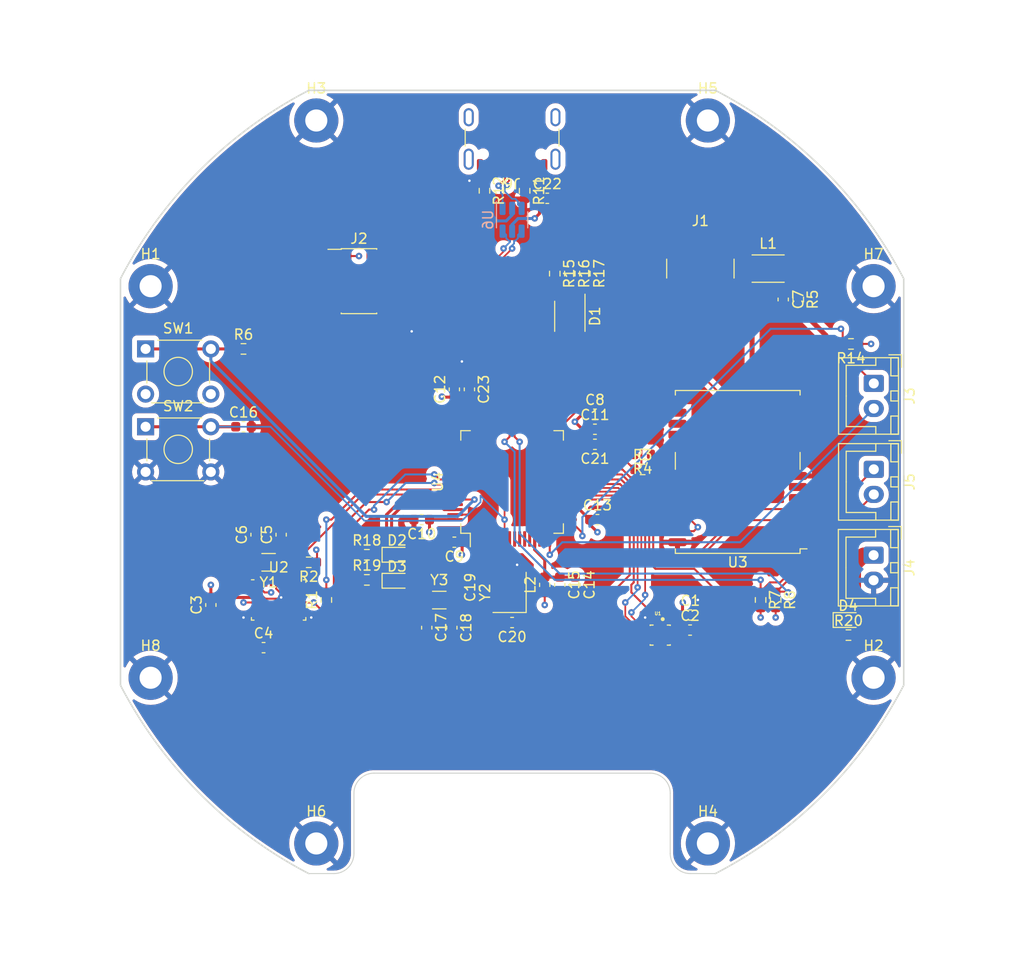
<source format=kicad_pcb>
(kicad_pcb (version 20221018) (generator pcbnew)
  (layers (0 "F.Cu" signal) (1 "In1.Cu" power) (2 "In2.Cu" power) (31 "B.Cu" signal) (34 "B.Paste" user) (35 "F.Paste" user) (36 "B.SilkS" user "B.Silkscreen") (37 "F.SilkS" user "F.Silkscreen") (38 "B.Mask" user) (39 "F.Mask" user) (44 "Edge.Cuts" user))
  (net 0 "")
  (net 1 "+3.3V")
  (net 2 "GND")
  (net 3 "Net-(U2-CAP)")
  (net 4 "Net-(U2-XOUT32)")
  (net 5 "Net-(U2-XIN32)")
  (net 6 "/RF_GNSS_MATCH")
  (net 7 "+3.3VA")
  (net 8 "SWD_NRST")
  (net 9 "LSE_IN")
  (net 10 "LSE_OUT")
  (net 11 "HSE_IN")
  (net 12 "HSE_OUT")
  (net 13 "VBUS")
  (net 14 "/RF_GNSS")
  (net 15 "SWD_IO")
  (net 16 "SWD_CLK")
  (net 19 "/USB_RAW_D-")
  (net 20 "/USB_RAW_D+")
  (net 21 "I2C1_SCL")
  (net 22 "I2C1_SDA")
  (net 23 "Net-(J6-CC1)")
  (net 25 "Net-(J6-CC2)")
  (net 28 "I2C2_SCL")
  (net 29 "Net-(U3-SCL{slash}SPI_CLK)")
  (net 30 "Net-(U3-SDA{slash}~{SPI_CS})")
  (net 31 "I2C2_SDA")
  (net 32 "Net-(U3-VCC_RF)")
  (net 33 "BOOT0")
  (net 34 "SPI1_MOSI")
  (net 35 "SPI1_MISO")
  (net 36 "SPI1_SCK")
  (net 37 "BMP_INT")
  (net 38 "SPI1_CSB")
  (net 42 "Net-(U4-VCAP_1)")
  (net 45 "IMU_INT")
  (net 46 "Net-(U4-VCAP_2)")
  (net 51 "Net-(D1-KB)")
  (net 52 "GNSS_PPS")
  (net 53 "GNSS_INT")
  (net 56 "GNSS_LNA")
  (net 63 "Net-(D1-KG)")
  (net 64 "Net-(D1-KR)")
  (net 65 "STATUS_R")
  (net 66 "STATUS_G")
  (net 67 "STATUS_B")
  (net 72 "Net-(D2-K)")
  (net 75 "ERROR_LED")
  (net 76 "Net-(D3-K)")
  (net 77 "GENERAL_LED")
  (net 78 "Net-(D4-K)")
  (net 79 "USART2_RX")
  (net 80 "USART2_TX")
  (net 81 "I2C3_SCL")
  (net 82 "I2C3_SDA")
  (net 95 "USB_D-")
  (net 96 "USB_D+")
  (net 97 "IMU_RESET")
  (net 100 "GNSS_RESET")
  (footprint "Capacitor_SMD:C_0603_1608Metric" (layer "F.Cu") (at 155 101.75 -90)
    (fp_text reference "C15")
    (fp_text value "1uF")
  )
  (footprint "Capacitor_SMD:C_0603_1608Metric" (layer "F.Cu") (at 156.525 101.75 -90)
    (fp_text reference "C14")
    (fp_text value "100nF")
  )
  (footprint "MountingHole:MountingHole_2.2mm_M2_Pad_TopBottom" (layer "F.Cu") (at 114.25 111)
    (fp_text reference "H8")
    (fp_text value "MountingHole_Pad")
  )
  (footprint "MountingHole:MountingHole_2.2mm_M2_Pad_TopBottom" (layer "F.Cu") (at 130.75 55.5)
    (fp_text reference "H3")
    (fp_text value "MountingHole_Pad")
  )
  (footprint "Button_Switch_THT:SW_TH_Tactile_Omron_B3F-10xx" (layer "F.Cu") (at 113.75 78.25)
    (fp_text reference "SW1")
    (fp_text value "Omron_B3F-10xx")
  )
  (footprint "MountingHole:MountingHole_2.2mm_M2_Pad_TopBottom" (layer "F.Cu") (at 169.75 127.5)
    (fp_text reference "H4")
    (fp_text value "MountingHole_Pad")
  )
  (footprint "Resistor_SMD:R_0603_1608Metric" (layer "F.Cu") (at 163.25 90.25)
    (fp_text reference "R3")
    (fp_text value "33R")
  )
  (footprint "Resistor_SMD:R_0603_1608Metric" (layer "F.Cu") (at 130 99.5 180)
    (fp_text reference "R2")
    (fp_text value "10K")
  )
  (footprint "Capacitor_SMD:C_0603_1608Metric" (layer "F.Cu") (at 144.5 97.5 180)
    (fp_text reference "C9")
    (fp_text value "100nF")
  )
  (footprint "Resistor_SMD:R_0603_1608Metric" (layer "F.Cu") (at 163.25 88.75 180)
    (fp_text reference "R4")
    (fp_text value "33R")
  )
  (footprint "Connector_USB:USB_C_Receptacle_GCT_USB4105-xx-A_16P_TopMnt_Horizontal" (layer "F.Cu") (at 150.25 56.25 180)
    (fp_text reference "J6")
    (fp_text value "USB_C_Receptacle_USB2.0")
  )
  (footprint "MountingHole:MountingHole_2.2mm_M2_Pad_TopBottom" (layer "F.Cu") (at 186.25 72)
    (fp_text reference "H7")
    (fp_text value "MountingHole_Pad")
  )
  (footprint "Crystal:Crystal_SMD_3215-2Pin_3.2x1.5mm" (layer "F.Cu") (at 143 103.2625)
    (fp_text reference "Y3")
    (fp_text value "32.768KHz_SC32S-7PF20PPM\n")
  )
  (footprint "Capacitor_SMD:C_0603_1608Metric" (layer "F.Cu") (at 144.25 106.0125 -90)
    (fp_text reference "C18")
    (fp_text value "22pF")
  )
  (footprint "Capacitor_SMD:C_0603_1608Metric" (layer "F.Cu") (at 125.5 108)
    (fp_text reference "C4")
    (fp_text value "100nF")
  )
  (footprint "Capacitor_SMD:C_0603_1608Metric" (layer "F.Cu") (at 150.25 105.5 180)
    (fp_text reference "C20")
    (fp_text value "22pF")
  )
  (footprint "Resistor_SMD:R_0603_1608Metric" (layer "F.Cu") (at 175 103.25 -90)
    (fp_text reference "R7")
    (fp_text value "1K")
  )
  (footprint "Resistor_SMD:R_0603_1608Metric" (layer "F.Cu") (at 178.75 73.325 -90)
    (fp_text reference "R5")
    (fp_text value "10R")
  )
  (footprint "Crystal:Crystal_SMD_3215-2Pin_3.2x1.5mm" (layer "F.Cu") (at 126 99.5 180)
    (fp_text reference "Y1")
    (fp_text value "32.768KHz")
  )
  (footprint "Crystal:Crystal_SMD_3225-4Pin_3.2x2.5mm" (layer "F.Cu") (at 150 102.5 90)
    (fp_text reference "Y2")
    (fp_text value "12MHz_ECS-120-18-33-JGN-TR3")
  )
  (footprint "Connector_JST:JST_XH_B2B-XH-A_1x02_P2.50mm_Vertical" (layer "F.Cu") (at 186.252562 98.788586 -90)
    (fp_text reference "J4")
    (fp_text value "3.3V IN")
  )
  (footprint "Capacitor_SMD:C_0603_1608Metric" (layer "F.Cu") (at 153.75 63.25)
    (fp_text reference "C22")
    (fp_text value "100nF")
  )
  (footprint "Capacitor_SMD:C_0603_1608Metric" (layer "F.Cu") (at 168 104.75)
    (fp_text reference "C1")
    (fp_text value "100nF")
  )
  (footprint "MountingHole:MountingHole_2.2mm_M2_Pad_TopBottom" (layer "F.Cu") (at 186.25 111)
    (fp_text reference "H2")
    (fp_text value "MountingHole_Pad")
  )
  (footprint "Resistor_SMD:R_0603_1608Metric" (layer "F.Cu") (at 135.7875 98.75)
    (fp_text reference "R18")
    (fp_text value "220R")
  )
  (footprint "Resistor_SMD:R_0603_1608Metric" (layer "F.Cu") (at 157.5 70.75 -90)
    (fp_text reference "R17")
    (fp_text value "220R")
  )
  (footprint "Capacitor_SMD:C_0603_1608Metric" (layer "F.Cu") (at 147.5 102 90)
    (fp_text reference "C19")
    (fp_text value "22pF")
  )
  (footprint "Inductor_SMD:L_0603_1608Metric" (layer "F.Cu") (at 153.5 101.75 90)
    (fp_text reference "L2")
    (fp_text value "39nH")
  )
  (footprint "BMP390L:XDCR_BMP390L" (layer "F.Cu") (at 165 106.75)
    (fp_text reference "U1")
    (fp_text value "BMP390")
  )
  (footprint "Connector_Coaxial:SMA_Amphenol_132134-10_Vertical" (layer "F.Cu") (at 169 70.25)
    (fp_text reference "J1")
    (fp_text value "GNSS_SMA")
  )
  (footprint "Capacitor_SMD:C_0603_1608Metric" (layer "F.Cu") (at 146 82.275 -90)
    (fp_text reference "C23")
    (fp_text value "2.2uF")
  )
  (footprint "Capacitor_SMD:C_0603_1608Metric" (layer "F.Cu") (at 141.25 95.25 180)
    (fp_text reference "C10")
    (fp_text value "100nF")
  )
  (footprint "Resistor_SMD:R_0603_1608Metric" (layer "F.Cu") (at 176.5 103.25 -90)
    (fp_text reference "R8")
    (fp_text value "1K")
  )
  (footprint "Package_LGA:LGA-28_5.2x3.8mm_P0.5mm" (layer "F.Cu") (at 127 103.25)
    (fp_text reference "U2")
    (fp_text value "BNO055")
  )
  (footprint "Package_QFP:LQFP-64_10x10mm_P0.5mm" (layer "F.Cu") (at 150.25 91.5 90)
    (fp_text reference "U4")
    (fp_text value "STM32F205RETx")
  )
  (footprint "Inductor_SMD:L_TDK_NLV32_3.2x2.5mm" (layer "F.Cu") (at 175.75 70.25)
    (fp_text reference "L1")
    (fp_text value "27nH")
  )
  (footprint "Resistor_SMD:R_0603_1608Metric" (layer "F.Cu") (at 183.75 106.75)
    (fp_text reference "R20")
    (fp_text value "220R")
  )
  (footprint "Capacitor_SMD:C_0603_1608Metric" (layer "F.Cu") (at 144.5 82.275 90)
    (fp_text reference "C12")
    (fp_text value "100nF")
  )
  (footprint "Capacitor_SMD:C_0603_1608Metric" (layer "F.Cu") (at 177.25 73.325 -90)
    (fp_text reference "C7")
    (fp_text value "100nF")
  )
  (footprint "Capacitor_SMD:C_0603_1608Metric" (layer "F.Cu") (at 124.75 96.75 90)
    (fp_text reference "C6")
    (fp_text value "22pF")
  )
  (footprint "Capacitor_SMD:C_0603_1608Metric" (layer "F.Cu") (at 120.25 103.75 90)
    (fp_text reference "C3")
    (fp_text value "100nF")
  )
  (footprint "Connector_JST:JST_XH_B2B-XH-A_1x02_P2.50mm_Vertical" (layer "F.Cu") (at 186.272301 81.683918 -90)
    (fp_text reference "J3")
    (fp_text value "USART")
  )
  (footprint "Connector_PinHeader_1.27mm:PinHeader_2x05_P1.27mm_Vertical_SMD" (layer "F.Cu") (at 135 71.5)
    (fp_text reference "J2")
    (fp_text value "SWD")
  )
  (footprint "Resistor_SMD:R_0603_1608Metric" (layer "F.Cu") (at 156 70.75 -90)
    (fp_text reference "R16")
    (fp_text value "220R")
  )
  (footprint "Resistor_SMD:R_0603_1608Metric" (layer "F.Cu") (at 147.5 62.5 -90)
    (fp_text reference "R12")
    (fp_text value "5.1K")
  )
  (footprint "Capacitor_SMD:C_0603_1608Metric" (layer "F.Cu") (at 127.25 96.75 90)
    (fp_text reference "C5")
    (fp_text value "22pF")
  )
  (footprint "MountingHole:MountingHole_2.2mm_M2_Pad_TopBottom" (layer "F.Cu") (at 130.75 127.5)
    (fp_text reference "H6")
    (fp_text value "MountingHole_Pad")
  )
  (footprint "Resistor_SMD:R_0603_1608Metric" (layer "F.Cu") (at 151.5 62.5 -90)
    (fp_text reference "R11")
    (fp_text value "5.1K")
  )
  (footprint "MountingHole:MountingHole_2.2mm_M2_Pad_TopBottom" (layer "F.Cu") (at 169.75 55.5)
    (fp_text reference "H5")
    (fp_text value "MountingHole_Pad")
  )
  (footprint "Resistor_SMD:R_0603_1608Metric" (layer "F.Cu") (at 131.75 103.25 90)
    (fp_text reference "R1")
    (fp_text value "10K")
  )
  (footprint "Button_Switch_THT:SW_TH_Tactile_Omron_B3F-10xx" (layer "F.Cu") (at 113.75 86)
    (fp_text reference "SW2")
    (fp_text value "Omron_B3F-10xx")
  )
  (footprint "Capacitor_SMD:C_0603_1608Metric" (layer "F.Cu") (at 158.5 84.75)
    (fp_text reference "C8")
    (fp_text value "4.7uF")
  )
  (footprint "LED_SMD:LED_0603_1608Metric" (layer "F.Cu") (at 138.7875 101.34)
    (fp_text reference "D3")
    (fp_text value "BLUE LED")
  )
  (footprint "Capacitor_SMD:C_0603_1608Metric" (layer "F.Cu") (at 158.75 95.25)
    (fp_text reference "C13")
    (fp_text value "100nF")
  )
  (footprint "Capacitor_SMD:C_0603_1608Metric" (layer "F.Cu") (at 141.75 106.0125 -90)
    (fp_text reference "C17")
    (fp_text value "22pF")
  )
  (footprint "Capacitor_SMD:C_0603_1608Metric" (layer "F.Cu") (at 167.975 106.25)
    (fp_text reference "C2")
    (fp_text value "100nF")
  )
  (footprint "Capacitor_SMD:C_0603_1608Metric" (layer "F.Cu") (at 158.5 86.25)
    (fp_text reference "C11")
    (fp_text value "100nF")
  )
  (footprint "MountingHole:MountingHole_2.2mm_M2_Pad_TopBottom" (layer "F.Cu") (at 114.25 72)
    (fp_text reference "H1")
    (fp_text value "MountingHole_Pad")
  )
  (footprint "Resistor_SMD:R_0603_1608Metric" (layer "F.Cu") (at 135.7875 101.25)
    (fp_text reference "R19")
    (fp_text value "220R")
  )
  (footprint "Connector_JST:JST_XH_B2B-XH-A_1x02_P2.50mm_Vertical" (layer "F.Cu") (at 186.272301 90.240845 -90)
    (fp_text reference "J5")
    (fp_text value "CNTRL I2C")
  )
  (footprint "LED_SMD:LED_0603_1608Metric" (layer "F.Cu") (at 183.7125 105.25)
    (fp_text reference "D4")
    (fp_text value "GREEN LED")
  )
  (footprint "Resistor_SMD:R_0603_1608Metric" (layer "F.Cu") (at 184 77.75 180)
    (fp_text reference "R14")
    (fp_text value "10K")
  )
  (footprint "Capacitor_SMD:C_0603_1608Metric" (layer "F.Cu") (at 158.5 87.75 180)
    (fp_text reference "C21")
    (fp_text value "2.2uF")
  )
  (footprint "LED_SMD:LED_0603_1608Metric" (layer "F.Cu") (at 138.7875 98.75)
    (fp_text reference "D2")
    (fp_text value "RED LED")
  )
  (footprint "Resistor_SMD:R_0603_1608Metric" (layer "F.Cu") (at 123.5 78.25)
    (fp_text reference "R6")
    (fp_text value "100K")
  )
  (footprint "RF_GPS:ublox_NEO" (layer "F.Cu") (at 172.72 90.5 180)
    (fp_text reference "U3")
    (fp_text value "NEO-M9N")
  )
  (footprint "LED_SMD:LED_Avago_PLCC6_3x2.8mm" (layer "F.Cu") (at 156 75 -90)
    (fp_text reference "D1")
    (fp_text value "ASMT-YTB7-0AA02")
  )
  (footprint "Capacitor_SMD:C_0603_1608Metric" (layer "F.Cu") (at 123.5 86)
    (fp_text reference "C16")
    (fp_text value "100nF")
  )
  (footprint "Resistor_SMD:R_0603_1608Metric" (layer "F.Cu") (at 154.5 70.75 -90)
    (fp_text reference "R15")
    (fp_text value "220R")
  )
  (footprint "Package_TO_SOT_SMD:SOT-23-6" (layer "B.Cu") (at 150.25 65.3875 -90)
    (fp_text reference "U6")
    (fp_text value "USBLC6-2SC6")
  )
  (gr_arc (start 130 130.5) (mid 119.177 122.573) (end 111.25 111.75) (stroke (width 0.15)) (layer "Edge.Cuts"))
  (gr_line (start 168 130.5) (end 170.5 130.5) (stroke (width 0.1)) (layer "Edge.Cuts"))
  (gr_arc (start 134.5 128.5) (mid 133.914214 129.914214) (end 132.5 130.5) (stroke (width 0.1)) (layer "Edge.Cuts"))
  (gr_arc (start 170.5 52.5) (mid 181.322999 60.427001) (end 189.25 71.25) (stroke (width 0.15)) (layer "Edge.Cuts"))
  (gr_arc (start 134.5 122.5) (mid 135.085786 121.085786) (end 136.5 120.5) (stroke (width 0.1)) (layer "Edge.Cuts"))
  (gr_line (start 130 52.5) (end 170.5 52.5) (stroke (width 0.15)) (layer "Edge.Cuts"))
  (gr_line (start 130 130.5) (end 132.5 130.5) (stroke (width 0.1)) (layer "Edge.Cuts"))
  (gr_arc (start 164 120.5) (mid 165.414214 121.085786) (end 166 122.5) (stroke (width 0.1)) (layer "Edge.Cuts"))
  (gr_line (start 166 122.5) (end 166 128.5) (stroke (width 0.1)) (layer "Edge.Cuts"))
  (gr_line (start 189.25 71.25) (end 189.25 111.75) (stroke (width 0.15)) (layer "Edge.Cuts"))
  (gr_line (start 136.5 120.5) (end 164 120.5) (stroke (width 0.1)) (layer "Edge.Cuts"))
  (gr_arc (start 168 130.5) (mid 166.585786 129.914214) (end 166 128.5) (stroke (width 0.1)) (layer "Edge.Cuts"))
  (gr_arc (start 189.25 111.75) (mid 181.322999 122.572999) (end 170.5 130.5) (stroke (width 0.15)) (layer "Edge.Cuts"))
  (gr_line (start 111.25 111.75) (end 111.25 71.25) (stroke (width 0.15)) (layer "Edge.Cuts"))
  (gr_arc (start 111.25 71.25) (mid 119.177001 60.427001) (end 130 52.5) (stroke (width 0.15)) (layer "Edge.Cuts"))
  (gr_line (start 134.5 128.5) (end 134.5 122.5) (stroke (width 0.1)) (layer "Edge.Cuts"))
  (segment (start 143.3 83.05) (end 143.25 83) (width 0.3) (layer "F.Cu") (net 1))
  (segment (start 157.725 86.25) (end 157.425 86.25) (width 0.3) (layer "F.Cu") (net 1))
  (segment (start 157.975 95.25) (end 156.975 94.25) (width 0.3) (layer "F.Cu") (net 1))
  (segment (start 135 69) (end 133.09 69) (width 0.2) (layer "F.Cu") (net 1))
  (segment (start 167.225 106.225) (end 167.2 106.25) (width 0.3) (layer "F.Cu") (net 1))
  (segment (start 120.25 102.975) (end 122.775 102.975) (width 0.3) (layer "F.Cu") (net 1))
  (segment (start 157.425 86.25) (end 155.925 87.75) (width 0.3) (layer "F.Cu") (net 1))
  (segment (start 145.275 97.5) (end 146.175 97.5) (width 0.3) (layer "F.Cu") (net 1))
  (segment (start 165.25 105.9875) (end 165.25 105.75) (width 0.3) (layer "F.Cu") (net 1))
  (segment (start 168.35 96.4) (end 168.75 96) (width 0.2) (layer "F.Cu") (net 1))
  (segment (start 130.825 99.5) (end 130.825 98.325) (width 0.2) (layer "F.Cu") (net 1))
  (segment (start 157.25 86.25) (end 156.5 85.5) (width 0.3) (layer "F.Cu") (net 1))
  (segment (start 146.5 85.05) (end 144.5 83.05) (width 0.3) (layer "F.Cu") (net 1))
  (segment (start 157.725 84.75) (end 157.25 84.75) (width 0.3) (layer "F.Cu") (net 1))
  (segment (start 146.5 85.825) (end 146.5 85.05) (width 0.3) (layer "F.Cu") (net 1))
  (segment (start 168.05 95.3) (end 168.75 96) (width 0.2) (layer "F.Cu") (net 1))
  (segment (start 133.09 69) (end 133.05 68.96) (width 0.2) (layer "F.Cu") (net 1))
  (segment (start 145.275 98.725) (end 145.25 98.75) (width 0.3) (layer "F.Cu") (net 1))
  (segment (start 184.25 104.441076) (end 184.5 104.691076) (width 1.5) (layer "F.Cu") (net 1))
  (segment (start 157.25 84.75) (end 156.5 85.5) (width 0.3) (layer "F.Cu") (net 1))
  (segment (start 142.025 96.475) (end 142 96.5) (width 0.3) (layer "F.Cu") (net 1))
  (segment (start 142.025 95.25) (end 142.025 96.475) (width 0.3) (layer "F.Cu") (net 1))
  (segment (start 129.3875 103.5) (end 130.5 103.5) (width 0.2) (layer "F.Cu") (net 1))
  (segment (start 131.075 104.075) (end 130.5 103.5) (width 0.2) (layer "F.Cu") (net 1))
  (segment (start 122.8 103) (end 124.6125 103) (width 0.3) (layer "F.Cu") (net 1))
  (segment (start 186.252562 98.788586) (end 185.252562 98.788586) (width 1.5) (layer "F.Cu") (net 1))
  (segment (start 131.75 104.075) (end 131.075 104.075) (width 0.2) (layer "F.Cu") (net 1))
  (segment (start 157.975 95.25) (end 157.975 95.725) (width 0.3) (layer "F.Cu") (net 1))
  (segment (start 146.175 97.5) (end 146.5 97.175) (width 0.3) (layer "F.Cu") (net 1))
  (segment (start 166.25 104.75) (end 167.225 104.75) (width 0.3) (layer "F.Cu") (net 1))
  (segment (start 124.6125 103.5) (end 123.5 103.5) (width 0.2) (layer "F.Cu") (net 1))
  (segment (start 184.5 104.691076) (end 184.5 105.25) (width 1.5) (layer "F.Cu") (net 1))
  (segment (start 126.25 102.5) (end 125.598 102.5) (width 0.2) (layer "F.Cu") (net 1))
  (segment (start 166.72 96.4) (end 168.35 96.4) (width 0.2) (layer "F.Cu") (net 1))
  (segment (start 166.72 95.3) (end 168.05 95.3) (width 0.2) (layer "F.Cu") (net 1))
  (segment (start 156.975 94.25) (end 155.925 94.25) (width 0.3) (layer "F.Cu") (net 1))
  (segment (start 167.225 104.75) (end 167.225 106.225) (width 0.3) (layer "F.Cu") (net 1))
  (segment (start 145.275 97.5) (end 145.275 98.725) (width 0.3) (layer "F.Cu") (net 1))
  (segment (start 120.25 102.975) (end 120.25 101.75) (width 0.3) (layer "F.Cu") (net 1))
  (segment (start 130.825 98.325) (end 130.75 98.25) (width 0.2) (layer "F.Cu") (net 1))
  (segment (start 153.5 102.5375) (end 153.5 103.75) (width 0.2) (layer "F.Cu") (net 1))
  (segment (start 125.598 102.5) (end 125.25 102.152) (width 0.2) (layer "F.Cu") (net 1))
  (segment (start 125.25 102.152) (end 125.25 101.5875) (width 0.2) (layer "F.Cu") (net 1))
  (segment (start 142.025 95.25) (end 144.575 95.25) (width 0.3) (layer "F.Cu") (net 1))
  (segment (start 184.825 77.75) (end 186 77.75) (width 0.2) (layer "F.Cu") (net 1))
  (segment (start 157.725 86.25) (end 157.25 86.25) (width 0.3) (layer "F.Cu") (net 1))
  (segment (start 165.25 105.75) (end 166.25 104.75) (width 0.3) (layer "F.Cu") (net 1))
  (segment (start 167.225 104.75) (end 167.225 103.525) (width 0.3) (layer "F.Cu") (net 1))
  (segment (start 184.25 99.791148) (end 184.25 104.441076) (width 1.5) (layer "F.Cu") (net 1))
  (segment (start 176.5 104.075) (end 176.5 105) (width 0.2) (layer "F.Cu") (net 1))
  (segment (start 175 104.075) (end 175 105) (width 0.2) (layer "F.Cu") (net 1))
  (segment (start 165.7625 106.25) (end 167.2 106.25) (width 0.3) (layer "F.Cu") (net 1))
  (segment (start 185.252562 98.788586) (end 184.25 99.791148) (width 1.5) (layer "F.Cu") (net 1))
  (segment (start 122.775 102.975) (end 122.8 103) (width 0.3) (layer "F.Cu") (net 1))
  (segment (start 167.225 103.525) (end 167.25 103.5) (width 0.3) (layer "F.Cu") (net 1))
  (segment (start 157.975 95.725) (end 158.75 96.5) (width 0.3) (layer "F.Cu") (net 1))
  (segment (start 144.5 83.05) (end 143.3 83.05) (width 0.3) (layer "F.Cu") (net 1))
  (via (at 130.75 98.25) (size 0.65) (drill 0.25) (layers "F.Cu" "B.Cu") (net 1))
  (via (at 143.25 83) (size 0.65) (drill 0.25) (layers "F.Cu" "B.Cu") (net 1))
  (via (at 153.5 103.75) (size 0.65) (drill 0.25) (layers "F.Cu" "B.Cu") (net 1))
  (via (at 158.75 96.5) (size 0.65) (drill 0.25) (layers "F.Cu" "B.Cu") (net 1))
  (via (at 142 96.5) (size 0.65) (drill 0.25) (layers "F.Cu" "B.Cu") (net 1))
  (via (at 123.5 103.5) (size 0.65) (drill 0.25) (layers "F.Cu" "B.Cu") (net 1))
  (via (at 175 105) (size 0.65) (drill 0.25) (layers "F.Cu" "B.Cu") (net 1))
  (via (at 167.25 103.5) (size 0.65) (drill 0.25) (layers "F.Cu" "B.Cu") (net 1))
  (via (at 156.5 85.5) (size 0.65) (drill 0.25) (layers "F.Cu" "B.Cu") (net 1))
  (via (at 186 77.75) (size 0.65) (drill 0.25) (layers "F.Cu" "B.Cu") (net 1))
  (via (at 168.75 96) (size 0.65) (drill 0.25) (layers "F.Cu" "B.Cu") (net 1))
  (via (at 120.25 101.75) (size 0.65) (drill 0.25) (layers "F.Cu" "B.Cu") (net 1))
  (via (at 135 69) (size 0.65) (drill 0.25) (layers "F.Cu" "B.Cu") (net 1))
  (via (at 145.25 98.75) (size 0.65) (drill 0.25) (layers "F.Cu" "B.Cu") (net 1))
  (via (at 126.25 102.5) (size 0.65) (drill 0.25) (layers "F.Cu" "B.Cu") (net 1))
  (via (at 176.5 105) (size 0.65) (drill 0.25) (layers "F.Cu" "B.Cu") (net 1))
  (via (at 130.5 103.5) (size 0.65) (drill 0.25) (layers "F.Cu" "B.Cu") (net 1))
  (segment (start 124.6125 104) (end 124.5 104) (width 0.2) (layer "F.Cu") (net 2))
  (segment (start 125.657314 103.125) (end 127.125 103.125) (width 0.2) (layer "F.Cu") (net 2))
  (segment (start 149.475 103.925) (end 149.15 103.6) (width 0.3) (layer "F.Cu") (net 2))
  (segment (start 127.25 102.625) (end 127.25 103) (width 0.2) (layer "F.Cu") (net 2))
  (segment (start 149.15 103.2) (end 149.15 103.6) (width 0.3) (layer "F.Cu") (net 2))
  (segment (start 126.75 102.125) (end 127.25 102.625) (width 0.2) (layer "F.Cu") (net 2))
  (segment (start 144.575 94.75) (end 146.5 94.75) (width 0.2) (layer "F.Cu") (net 2))
  (segment (start 164.2375 105.7375) (end 163.5 105) (width 0.2) (layer "F.Cu") (net 2))
  (segment (start 146.5 94.75) (end 146.75 95) (width 0.2) (layer "F.Cu") (net 2))
  (segment (start 147.05 60.45) (end 146 61.5) (width 0.3) (layer "F.Cu") (net 2))
  (segment (start 148.325 103.6) (end 147.5 102.775) (width 0.3) (layer "F.Cu") (net 2))
  (segment (start 127.25 103) (end 129.3875 103) (width 0.2) (layer "F.Cu") (net 2))
  (segment (start 123.5875 104.9125) (end 123.5 105) (width 0.2) (layer "F.Cu") (net 2))
  (segment (start 153.75 94.75) (end 153.75 94.5) (width 0.2) (layer "F.Cu") (net 2))
  (segment (start 130.1625 104.9125) (end 130.25 105) (width 0.2) (layer "F.Cu") (net 2))
  (segment (start 150.85 99.85) (end 150.75 99.75) (width 0.3) (layer "F.Cu") (net 2))
  (segment (start 124.5 104) (end 123.5 105) (width 0.2) (layer "F.Cu") (net 2))
  (segment (start 126.75 101.5875) (end 126.75 102.125) (width 0.2) (layer "F.Cu") (net 2))
  (segment (start 149.475 105.5) (end 149.475 103.925) (width 0.3) (layer "F.Cu") (net 2))
  (segment (start 129.25 104.9125) (end 130.1625 104.9125) (width 0.2) (layer "F.Cu") (net 2))
  (segment (start 126.75 103.5) (end 127.25 103) (width 0.2) (layer "F.Cu") (net 2))
  (segment (start 124.75 104.9125) (end 123.5875 104.9125) (width 0.2) (layer "F.Cu") (net 2))
  (segment (start 128.25 104) (end 129.3875 104) (width 0.2) (layer "F.Cu") (net 2))
  (segment (start 150.85 101.5) (end 149.15 103.2) (width 0.3) (layer "F.Cu") (net 2))
  (segment (start 127.25 103) (end 128.25 104) (width 0.2) (layer "F.Cu") (net 2))
  (segment (start 127.125 103.125) (end 127.25 103) (width 0.2) (layer "F.Cu") (net 2))
  (segment (start 126.75 104.9125) (end 126.75 103.5) (width 0.2) (layer "F.Cu") (net 2))
  (segment (start 149.15 103.6) (end 148.325 103.6) (width 0.3) (layer "F.Cu") (net 2))
  (segment (start 166.5 107.25) (end 165.7625 107.25) (width 0.2) (layer "F.Cu") (net 2))
  (segment (start 124.6125 102.5) (end 125.032314 102.5) (width 0.2) (layer "F.Cu") (net 2))
  (segment (start 150.85 101.4) (end 150.85 101.5) (width 0.3) (layer "F.Cu") (net 2))
  (segment (start 152 97.175) (end 152 95.5) (width 0.2) (layer "F.Cu") (net 2))
  (segment (start 155.925 94.75) (end 153.75 94.75) (width 0.2) (layer "F.Cu") (net 2))
  (segment (start 166 106.75) (end 166.5 107.25) (width 0.2) (layer "F.Cu") (net 2))
  (segment (start 147.05 59.93) (end 147.05 60.45) (width 0.3) (layer "F.Cu") (net 2))
  (segment (start 125.032314 102.5) (end 125.657314 103.125) (width 0.2) (layer "F.Cu") (net 2))
  (segment (start 150.85 101.4) (end 150.85 99.85) (width 0.3) (layer "F.Cu") (net 2))
  (segment (start 165.7625 106.75) (end 166 106.75) (width 0.2) (layer "F.Cu") (net 2))
  (segment (start 164.2375 106.25) (end 164.2375 105.7375) (width 0.2) (layer "F.Cu") (net 2))
  (via (at 130.25 105) (size 0.65) (drill 0.25) (layers "F.Cu" "B.Cu") (net 2))
  (via (at 168.75 103.25) (size 0.65) (drill 0.25) (layers "F.Cu" "B.Cu") (net 2))
  (via (at 123.5 105) (size 0.65) (drill 0.25) (layers "F.Cu" "B.Cu") (net 2))
  (via (at 145.25 79.5) (size 0.65) (drill 0.25) (layers "F.Cu" "B.Cu") (net 2))
  (via (at 163.5 105) (size 0.65) (drill 0.25) (layers "F.Cu" "B.Cu") (net 2))
  (via (at 127.25 103) (size 0.65) (drill 0.25) (layers "F.Cu" "B.Cu") (net 2))
  (via (at 146 61.5) (size 0.65) (drill 0.25) (layers "F.Cu" "B.Cu") (net 2))
  (via (at 140.25 76.5) (size 0.65) (drill 0.25) (layers "F.Cu" "B.Cu") (net 2))
  (via (at 150.75 99.75) (size 0.65) (drill 0.25) (layers "F.Cu" "B.Cu") (net 2))
  (segment (start 150.25 64.25) (end 150.25 64.912499) (width 0.3) (layer "B.Cu") (net 2))
  (segment (start 149.662499 65.5) (end 148.75 65.5) (width 0.3) (layer "B.Cu") (net 2))
  (segment (start 150.25 64.912499) (end 149.662499 65.5) (width 0.3) (layer "B.Cu") (net 2))
  (segment (start 148.75 65.5) (end 148.25 65) (width 0.3) (layer "B.Cu") (net 2))
  (segment (start 126.25 107.975) (end 126.25 104.9125) (width 0.3) (layer "F.Cu") (net 3))
  (segment (start 126.275 108) (end 126.25 107.975) (width 0.3) (layer "F.Cu") (net 3))
  (segment (start 126.25 100.5) (end 127.25 99.5) (width 0.3) (layer "F.Cu") (net 4))
  (segment (start 127.25 97.525) (end 127.25 99.5) (width 0.3) (layer "F.Cu") (net 4))
  (segment (start 126.25 101.5875) (end 126.25 100.5) (width 0.3) (layer "F.Cu") (net 4))
  (segment (start 125.75 100.5) (end 124.75 99.5) (width 0.3) (layer "F.Cu") (net 5))
  (segment (start 125.75 101.5875) (end 125.75 100.5) (width 0.3) (layer "F.Cu") (net 5))
  (segment (start 124.75 97.525) (end 124.75 99.5) (width 0.3) (layer "F.Cu") (net 5))
  (segment (start 177.35 71.1) (end 178.75 72.5) (width 1) (layer "F.Cu") (net 6))
  (segment (start 177.3 72.5) (end 177.25 72.55) (width 1) (layer "F.Cu") (net 6))
  (segment (start 178.75 72.5) (end 177.3 72.5) (width 1) (layer "F.Cu") (net 6))
  (segment (start 177.35 72.45) (end 177.25 72.55) (width 1) (layer "F.Cu") (net 6))
  (segment (start 177.35 70.25) (end 177.35 72.45) (width 1) (layer "F.Cu") (net 6))
  (segment (start 177.35 70.25) (end 177.35 71.1) (width 1) (layer "F.Cu") (net 6))
  (segment (start 155 100.975) (end 153.5125 100.975) (width 0.3) (layer "F.Cu") (net 7))
  (segment (start 152.5 98.25) (end 152.5 97.175) (width 0.3) (layer "F.Cu") (net 7))
  (segment (start 153.5 99.25) (end 152.5 98.25) (width 0.3) (layer "F.Cu") (net 7))
  (segment (start 156.525 100.975) (end 155 100.975) (width 0.3) (layer "F.Cu") (net 7))
  (segment (start 153.5125 100.975) (end 153.5 100.9625) (width 0.3) (layer "F.Cu") (net 7))
  (segment (start 153.5 100.9625) (end 153.5 99.25) (width 0.3) (layer "F.Cu") (net 7))
  (segment (start 113.75 86) (end 120.25 86) (width 0.3) (layer "F.Cu") (net 8))
  (segment (start 149.5 95.25) (end 149.5 97.175) (width 0.17) (layer "F.Cu") (net 8))
  (segment (start 136.95 78.838804) (end 149.5 91.388804) (width 0.17) (layer "F.Cu") (net 8))
  (segment (start 149.5 91.388804) (end 149.5 95.25) (width 0.17) (layer "F.Cu") (net 8))
  (segment (start 136.95 74.04) (end 136.95 78.838804) (width 0.17) (layer "F.Cu") (net 8))
  (segment (start 122.725 86) (end 120.25 86) (width 0.3) (layer "F.Cu") (net 8))
  (via (at 149.5 95.25) (size 0.65) (drill 0.25) (layers "F.Cu" "B.Cu") (net 8))
  (segment (start 147.11 93.502671) (end 145.252671 95.36) (width 0.17) (layer "B.Cu") (net 8))
  (segment (start 126.182737 86) (end 120.25 86) (width 0.17) (layer "B.Cu") (net 8))
  (segment (start 145.252671 95.36) (end 135.542737 95.36) (width 0.17) (layer "B.Cu") (net 8))
  (segment (start 149.5 95.25) (end 147.11 92.86) (width 0.17) (layer "B.Cu") (net 8))
  (segment (start 147.11 92.86) (end 147.11 93.502671) (width 0.17) (layer "B.Cu") (net 8))
  (segment (start 135.542737 95.36) (end 126.182737 86) (width 0.17) (layer "B.Cu") (net 8))
  (segment (start 147.5 98.05312) (end 147.5 97.175) (width 0.3) (layer "F.Cu") (net 9))
  (segment (start 142.29062 103.2625) (end 147.5 98.05312) (width 0.3) (layer "F.Cu") (net 9))
  (segment (start 141.75 105.2375) (end 141.75 103.2625) (width 0.3) (layer "F.Cu") (net 9))
  (segment (start 141.75 103.2625) (end 142.29062 103.2625) (width 0.3) (layer "F.Cu") (net 9))
  (segment (start 144.25 103.2625) (end 144.25 102.010226) (width 0.3) (layer "F.Cu") (net 10))
  (segment (start 144.25 105.2375) (end 144.25 103.2625) (width 0.3) (layer "F.Cu") (net 10))
  (segment (start 148 98.260226) (end 148 97.175) (width 0.3) (layer "F.Cu") (net 10))
  (segment (start 144.25 102.010226) (end 148 98.260226) (width 0.3) (layer "F.Cu") (net 10))
  (segment (start 148.5 100.75) (end 148.5 97.175) (width 0.3) (layer "F.Cu") (net 11))
  (segment (start 147.5 101.225) (end 148.975 101.225) (width 0.3) (layer "F.Cu") (net 11))
  (segment (start 148.975 101.225) (end 149.15 101.4) (width 0.3) (layer "F.Cu") (net 11))
  (segment (start 149.15 101.4) (end 148.5 100.75) (width 0.3) (layer "F.Cu") (net 11))
  (segment (start 151.25 98.75) (end 149.5 98.75) (width 0.3) (layer "F.Cu") (net 12))
  (segment (start 152.25 99.75) (end 151.25 98.75) (width 0.3) (layer "F.Cu") (net 12))
  (segment (start 150.85 103.6) (end 152.25 102.2) (width 0.3) (layer "F.Cu") (net 12))
  (segment (start 149 98.25) (end 149 97.175) (width 0.3) (layer "F.Cu") (net 12))
  (segment (start 152.25 102.2) (end 152.25 99.75) (width 0.3) (layer "F.Cu") (net 12))
  (segment (start 151.025 103.775) (end 150.85 103.6) (width 0.3) (layer "F.Cu") (net 12))
  (segment (start 151.025 105.5) (end 151.025 103.775) (width 0.3) (layer "F.Cu") (net 12))
  (segment (start 149.5 98.75) (end 149 98.25) (width 0.3) (layer "F.Cu") (net 12))
  (segment (start 151.74812 58.5) (end 152.405 59.15688) (width 0.3) (layer "F.Cu") (net 13))
  (segment (start 152.975 64.775) (end 152.5 65.25) (width 0.3) (layer "F.Cu") (net 13))
  (segment (start 148.75188 58.5) (end 151.74812 58.5) (width 0.3) (layer "F.Cu") (net 13))
  (segment (start 147.85 59.404447) (end 148 59.254447) (width 0.3) (layer "F.Cu") (net 13))
  (segment (start 147.85 59.93) (end 147.85 59.404447) (width 0.3) (layer "F.Cu") (net 13))
  (segment (start 152.65 59.404447) (end 152.65 59.93) (width 0.3) (layer "F.Cu") (net 13))
  (segment (start 152.65 59.93) (end 152.65 62.925) (width 0.3) (layer "F.Cu") (net 13))
  (segment (start 152.65 62.925) (end 152.975 63.25) (width 0.3) (layer "F.Cu") (net 13))
  (segment (start 152.975 63.25) (end 152.975 64.775) (width 0.3) (layer "F.Cu") (net 13))
  (segment (start 148 59.254447) (end 148 59.25188) (width 0.3) (layer "F.Cu") (net 13))
  (segment (start 152.405 59.159447) (end 152.65 59.404447) (width 0.3) (layer "F.Cu") (net 13))
  (segment (start 148 59.25188) (end 148.75188 58.5) (width 0.3) (layer "F.Cu") (net 13))
  (segment (start 152.405 59.15688) (end 152.405 59.159447) (width 0.3) (layer "F.Cu") (net 13))
  (via (at 152.5 65.25) (size 0.65) (drill 0.25) (layers "F.Cu" "B.Cu") (net 13))
  (segment (start 152.4875 65.2625) (end 150.850001 65.2625) (width 0.3) (layer "B.Cu") (net 13))
  (segment (start 150.850001 65.2625) (end 150.25 65.862501) (width 0.3) (layer "B.Cu") (net 13))
  (segment (start 152.5 65.25) (end 152.4875 65.2625) (width 0.3) (layer "B.Cu") (net 13))
  (segment (start 150.25 65.862501) (end 150.25 66.525) (width 0.3) (layer "B.Cu") (net 13))
  (segment (start 174.15 70.25) (end 169 70.25) (width 1) (layer "F.Cu") (net 14))
  (segment (start 178.72 84.6) (end 176.1 84.6) (width 0.5) (layer "F.Cu") (net 14))
  (segment (start 174.15 82.65) (end 174.15 70.25) (width 0.5) (layer "F.Cu") (net 14))
  (segment (start 176.1 84.6) (end 174.15 82.65) (width 0.5) (layer "F.Cu") (net 14))
  (segment (start 136.95 68.96) (end 137.78 68.96) (width 0.17) (layer "F.Cu") (net 15))
  (segment (start 147.5 78.68) (end 147.5 85.825) (width 0.17) (layer "F.Cu") (net 15))
  (segment (start 137.78 68.96) (end 147.5 78.68) (width 0.17) (layer "F.Cu") (net 15))
  (segment (start 135.465 70.845) (end 135.465 78.64) (width 0.17) (layer "F.Cu") (net 16))
  (segment (start 136.95 70.23) (end 136.08 70.23) (width 0.17) (layer "F.Cu") (net 16))
  (segment (start 136.08 70.23) (end 135.465 70.845) (width 0.17) (layer "F.Cu") (net 16))
  (segment (start 135.465 78.64) (end 144.575 87.75) (width 0.17) (layer "F.Cu") (net 16))
  (segment (start 150.726196 60.79) (end 151 60.516196) (width 0.17) (layer "F.Cu") (net 19))
  (segment (start 150 59.93) (end 150 60.516196) (width 0.17) (layer "F.Cu") (net 19))
  (segment (start 150 60.792501) (end 149.945 60.847501) (width 0.17) (layer "F.Cu") (net 19))
  (segment (start 150 59.93) (end 150 60.792501) (width 0.17) (layer "F.Cu") (net 19))
  (segment (start 149.75 61.702041) (end 149.75 62) (width 0.17) (layer "F.Cu") (net 19))
  (segment (start 149.945 60.847501) (end 149.945 61.507041) (width 0.17) (layer "F.Cu") (net 19))
  (segment (start 150 60.516196) (end 150.273804 60.79) (width 0.17) (layer "F.Cu") (net 19))
  (segment (start 149.945 61.507041) (end 149.75 61.702041) (width 0.17) (layer "F.Cu") (net 19))
  (segment (start 150.273804 60.79) (end 150.726196 60.79) (width 0.17) (layer "F.Cu") (net 19))
  (segment (start 151 60.516196) (end 151 59.93) (width 0.17) (layer "F.Cu") (net 19))
  (via (at 149.75 62) (size 0.65) (drill 0.25) (layers "F.Cu" "B.Cu") (net 19))
  (segment (start 151.2 64.25) (end 150.835 63.885) (width 0.17) (layer "B.Cu") (net 19))
  (segment (start 150.58434 63.3025) (end 150.2525 63.3025) (width 0.17) (layer "B.Cu") (net 19))
  (segment (start 149.520249 62.570249) (end 149.520249 62.229752) (width 0.17) (layer "B.Cu") (net 19))
  (segment (start 149.520249 62.229752) (end 149.75 62) (width 0.17) (layer "B.Cu") (net 19))
  (segment (start 150.835 63.885) (end 150.835 63.55316) (width 0.17) (layer "B.Cu") (net 19))
  (segment (start 150.835 63.55316) (end 150.58434 63.3025) (width 0.17) (layer "B.Cu") (net 19))
  (segment (start 150.2525 63.3025) (end 149.520249 62.570249) (width 0.17) (layer "B.Cu") (net 19))
  (segment (start 149.5 60.792501) (end 149.555 60.847501) (width 0.17) (layer "F.Cu") (net 20))
  (segment (start 150.5 59.343804) (end 150.5 59.93) (width 0.17) (layer "F.Cu") (net 20))
  (segment (start 149.14 61.760497) (end 148.900497 62) (width 0.17) (layer "F.Cu") (net 20))
  (segment (start 149.5 59.343804) (end 149.773804 59.07) (width 0.17) (layer "F.Cu") (net 20))
  (segment (start 149.773804 59.07) (end 150.226196 59.07) (width 0.17) (layer "F.Cu") (net 20))
  (segment (start 150.226196 59.07) (end 150.5 59.343804) (width 0.17) (layer "F.Cu") (net 20))
  (segment (start 149.5 59.93) (end 149.5 59.343804) (width 0.17) (layer "F.Cu") (net 20))
  (segment (start 149.555 60.847501) (end 149.555 61.332329) (width 0.17) (layer "F.Cu") (net 20))
  (segment (start 149.555 61.332329) (end 149.14 61.747329) (width 0.17) (layer "F.Cu") (net 20))
  (segment (start 149.14 61.747329) (end 149.14 61.760497) (width 0.17) (layer "F.Cu") (net 20))
  (segment (start 149.5 59.93) (end 149.5 60.792501) (width 0.17) (layer "F.Cu") (net 20))
  (via (at 148.900497 62) (size 0.65) (drill 0.25) (layers "F.Cu" "B.Cu") (net 20))
  (segment (start 149.3 62.901544) (end 149.130249 62.731793) (width 0.17) (layer "B.Cu") (net 20))
  (segment (start 149.3 64.25) (end 149.3 62.901544) (width 0.17) (layer "B.Cu") (net 20))
  (segment (start 149.130249 62.229752) (end 148.900497 62) (width 0.17) (layer "B.Cu") (net 20))
  (segment (start 149.130249 62.731793) (end 149.130249 62.229752) (width 0.17) (layer "B.Cu") (net 20))
  (segment (start 135.25 92.25) (end 144.575 92.25) (width 0.2) (layer "F.Cu") (net 21))
  (segment (start 131.75 95.25) (end 132.25 95.25) (width 0.2) (layer "F.Cu") (net 21))
  (segment (start 132.25 95.25) (end 135.25 92.25) (width 0.2) (layer "F.Cu") (net 21))
  (segment (start 131.75 101.25) (end 131.75 102.425) (width 0.2) (layer "F.Cu") (net 21))
  (segment (start 129.4625 102.425) (end 129.3875 102.5) (width 0.3) (layer "F.Cu") (net 21))
  (segment (start 131.75 102.425) (end 129.4625 102.425) (width 0.3) (layer "F.Cu") (net 21))
  (via (at 131.75 101.25) (size 0.65) (drill 0.25) (layers "F.Cu" "B.Cu") (net 21))
  (via (at 131.75 95.25) (size 0.65) (drill 0.25) (layers "F.Cu" "B.Cu") (net 21))
  (segment (start 131.75 95.25) (end 131.75 101.25) (width 0.2) (layer "B.Cu") (net 21))
  (segment (start 129.25 99.575) (end 129.25 101.5875) (width 0.3) (layer "F.Cu") (net 22))
  (segment (start 129.175 98.941116) (end 129.175 99.5) (width 0.2) (layer "F.Cu") (net 22))
  (segment (start 135.366116 92.75) (end 129.175 98.941116) (width 0.2) (layer "F.Cu") (net 22))
  (segment (start 144.575 92.75) (end 135.366116 92.75) (width 0.2) (layer "F.Cu") (net 22))
  (segment (start 129.175 99.5) (end 129.25 99.575) (width 0.3) (layer "F.Cu") (net 22))
  (segment (start 151.5 61.675) (end 151.5 59.93) (width 0.3) (layer "F.Cu") (net 23))
  (segment (start 147.5 61.675) (end 148.5 60.675) (width 0.3) (layer "F.Cu") (net 25))
  (segment (start 148.5 60.675) (end 148.5 59.93) (width 0.3) (layer "F.Cu") (net 25))
  (segment (start 155.925 89.25) (end 161.425 89.25) (width 0.2) (layer "F.Cu") (net 28))
  (segment (start 161.425 89.25) (end 162.425 90.25) (width 0.2) (layer "F.Cu") (net 28))
  (segment (start 164.075 90.25) (end 165.825 92) (width 0.2) (layer "F.Cu") (net 29))
  (segment (start 165.825 92) (end 166.72 92) (width 0.2) (layer "F.Cu") (net 29))
  (segment (start 164.25 88.75) (end 166.4 90.9) (width 0.2) (layer "F.Cu") (net 30))
  (segment (start 164.075 88.75) (end 164.25 88.75) (width 0.2) (layer "F.Cu") (net 30))
  (segment (start 166.4 90.9) (end 166.72 90.9) (width 0.2) (layer "F.Cu") (net 30))
  (segment (start 155.925 88.75) (end 162.425 88.75) (width 0.2) (layer "F.Cu") (net 31))
  (segment (start 180.7 86.8) (end 181.5 86) (width 0.5) (layer "F.Cu") (net 32))
  (segment (start 181.5 76.9) (end 178.75 74.15) (width 0.5) (layer "F.Cu") (net 32))
  (segment (start 178.72 86.8) (end 180.7 86.8) (width 0.5) (layer "F.Cu") (net 32))
  (segment (start 181.5 86) (end 181.5 76.9) (width 0.5) (layer "F.Cu") (net 32))
  (segment (start 144.575 93.25) (end 146.5 93.25) (width 0.2) (layer "F.Cu") (net 33))
  (segment (start 113.75 78.25) (end 120.25 78.25) (width 0.3) (layer "F.Cu") (net 33))
  (segment (start 122.675 78.25) (end 120.25 78.25) (width 0.3) (layer "F.Cu") (net 33))
  (via (at 146.5 93.25) (size 0.65) (drill 0.25) (layers "F.Cu" "B.Cu") (net 33))
  (segment (start 120.25 79.452081) (end 135.722919 94.925) (width 0.3) (layer "B.Cu") (net 33))
  (segment (start 120.25 78.25) (end 120.25 79.452081) (width 0.3) (layer "B.Cu") (net 33))
  (segment (start 135.722919 94.925) (end 144.825 94.925) (width 0.3) (layer "B.Cu") (net 33))
  (segment (start 144.825 94.925) (end 146.5 93.25) (width 0.3) (layer "B.Cu") (net 33))
  (segment (start 163.12 99.37) (end 163.12 93.795844) (width 0.17) (layer "F.Cu") (net 34))
  (segment (start 162.134 104.884) (end 164 106.75) (width 0.17) (layer "F.Cu") (net 34))
  (segment (start 164 106.75) (end 164.2375 106.75) (width 0.17) (layer "F.Cu") (net 34))
  (segment (start 162.134 104.491518) (end 162.134 104.884) (width 0.17) (layer "F.Cu") (net 34))
  (segment (start 163.12 93.795844) (end 161.934156 92.61) (width 0.17) (layer "F.Cu") (net 34))
  (segment (start 163.5 99.75) (end 163.12 99.37) (width 0.17) (layer "F.Cu") (net 34))
  (segment (start 163.5 102.75) (end 163.5 99.75) (width 0.17) (layer "F.Cu") (net 34))
  (segment (start 161.355822 92.61) (end 160.840822 92.095) (width 0.17) (layer "F.Cu") (net 34))
  (segment (start 161.934156 92.61) (end 161.355822 92.61) (width 0.17) (layer "F.Cu") (net 34))
  (segment (start 160.840822 92.095) (end 156.905 92.095) (width 0.17) (layer "F.Cu") (net 34))
  (segment (start 156.905 92.095) (end 156.75 92.25) (width 0.17) (layer "F.Cu") (net 34))
  (segment (start 156.75 92.25) (end 155.925 92.25) (width 0.17) (layer "F.Cu") (net 34))
  (via (at 162.134 104.491518) (size 0.65) (drill 0.25) (layers "F.Cu" "B.Cu") (net 34))
  (via (at 163.5 102.75) (size 0.65) (drill 0.25) (layers "F.Cu" "B.Cu") (net 34))
  (segment (start 162.134 104.491518) (end 163.5 103.125518) (width 0.17) (layer "B.Cu") (net 34))
  (segment (start 163.5 103.125518) (end 163.5 102.75) (width 0.17) (layer "B.Cu") (net 34))
  (segment (start 162.75 102) (end 162.75 93.949104) (width 0.17) (layer "F.Cu") (net 35))
  (segment (start 161.202562 92.98) (end 160.687562 92.465) (width 0.17) (layer "F.Cu") (net 35))
  (segment (start 161.5245 103.5) (end 161.5245 104.8695) (width 0.17) (layer "F.Cu") (net 35))
  (segment (start 162.75 93.949104) (end 161.780896 92.98) (width 0.17) (layer "F.Cu") (net 35))
  (segment (start 157.426147 92.465) (end 157.141147 92.75) (width 0.17) (layer "F.Cu") (net 35))
  (segment (start 163.905 107.25) (end 164.2375 107.25) (width 0.17) (layer "F.Cu") (net 35))
  (segment (start 161.5245 104.8695) (end 163.905 107.25) (width 0.17) (layer "F.Cu") (net 35))
  (segment (start 161.780896 92.98) (end 161.202562 92.98) (width 0.17) (layer "F.Cu") (net 35))
  (segment (start 160.687562 92.465) (end 157.426147 92.465) (width 0.17) (layer "F.Cu") (net 35))
  (segment (start 157.141147 92.75) (end 155.925 92.75) (width 0.17) (layer "F.Cu") (net 35))
  (via (at 161.5245 103.5) (size 0.65) (drill 0.25) (layers "F.Cu" "B.Cu") (net 35))
  (via (at 162.75 102) (size 0.65) (drill 0.25) (layers "F.Cu" "B.Cu") (net 35))
  (segment (start 162.75 102.2745) (end 162.75 102) (width 0.17) (layer "B.Cu") (net 35))
  (segment (start 161.5245 103.5) (end 162.75 102.2745) (width 0.17) (layer "B.Cu") (net 35))
  (segment (start 161.04309 93.365) (end 161.621424 93.365) (width 0.2) (layer "F.Cu") (net 36))
  (segment (start 162.125 102.49363) (end 164.75 105.11863) (width 0.2) (layer "F.Cu") (net 36))
  (segment (start 160.52809 92.85) (end 161.04309 93.365) (width 0.2) (layer "F.Cu") (net 36))
  (segment (start 162.125 101.741116) (end 162.125 102.49363) (width 0.2) (layer "F.Cu") (net 36))
  (segment (start 155.925 93.25) (end 157.185618 93.25) (width 0.2) (layer "F.Cu") (net 36))
  (segment (start 161.621424 93.365) (end 162.365 94.108576) (width 0.2) (layer "F.Cu") (net 36))
  (segment (start 164.75 105.11863) (end 164.75 105.9875) (width 0.2) (layer "F.Cu") (net 36))
  (segment (start 162.365 94.108576) (end 162.365 101.501116) (width 0.2) (layer "F.Cu") (net 36))
  (segment (start 157.185618 93.25) (end 157.585619 92.85) (width 0.2) (layer "F.Cu") (net 36))
  (segment (start 157.585619 92.85) (end 160.52809 92.85) (width 0.2) (layer "F.Cu") (net 36))
  (segment (start 162.365 101.501116) (end 162.125 101.741116) (width 0.2) (layer "F.Cu") (net 36))
  (segment (start 161.000294 91.71) (end 161.515294 92.225) (width 0.2) (layer "F.Cu") (net 37))
  (segment (start 163.51 99.135) (end 164.525 100.15) (width 0.2) (layer "F.Cu") (net 37))
  (segment (start 155.925 91.75) (end 155.965 91.71) (width 0.2) (layer "F.Cu") (net 37))
  (segment (start 166.4875 108.75) (end 165.25 107.5125) (width 0.2) (layer "F.Cu") (net 37))
  (segment (start 155.965 91.71) (end 161.000294 91.71) (width 0.2) (layer "F.Cu") (net 37))
  (segment (start 163.505 93.636372) (end 163.505 99.135) (width 0.2) (layer "F.Cu") (net 37))
  (segment (start 161.515294 92.225) (end 162.093628 92.225) (width 0.2) (layer "F.Cu") (net 37))
  (segment (start 162.093628 92.225) (end 163.505 93.636372) (width 0.2) (layer "F.Cu") (net 37))
  (segment (start 164.525 100.15) (end 168.4 100.15) (width 0.2) (layer "F.Cu") (net 37))
  (segment (start 163.505 99.135) (end 163.51 99.135) (width 0.2) (layer "F.Cu") (net 37))
  (segment (start 168.4 100.15) (end 171.25 103) (width 0.2) (layer "F.Cu") (net 37))
  (segment (start 169.25 108.75) (end 166.4875 108.75) (width 0.2) (layer "F.Cu") (net 37))
  (segment (start 171.25 106.75) (end 169.25 108.75) (width 0.2) (layer "F.Cu") (net 37))
  (segment (start 171.25 103) (end 171.25 106.75) (width 0.2) (layer "F.Cu") (net 37))
  (segment (start 160.877405 93.765) (end 161.455738 93.765) (width 0.2) (layer "F.Cu") (net 38))
  (segment (start 160.5 104.434314) (end 163.740686 107.675) (width 0.2) (layer "F.Cu") (net 38))
  (segment (start 161.455738 93.765) (end 161.965 94.274262) (width 0.2) (layer "F.Cu") (net 38))
  (segment (start 161.965 100.769315) (end 160.5 102.234315) (width 0.2) (layer "F.Cu") (net 38))
  (segment (start 160.5 102.234315) (end 160.5 104.434314) (width 0.2) (layer "F.Cu") (net 38))
  (segment (start 157.251304 93.75) (end 157.751304 93.25) (width 0.2) (layer "F.Cu") (net 38))
  (segment (start 160.362404 93.25) (end 160.877405 93.765) (width 0.2) (layer "F.Cu") (net 38))
  (segment (start 157.751304 93.25) (end 160.362404 93.25) (width 0.2) (layer "F.Cu") (net 38))
  (segment (start 161.965 94.274262) (end 161.965 100.769315) (width 0.2) (layer "F.Cu") (net 38))
  (segment (start 164.5875 107.675) (end 164.75 107.5125) (width 0.2) (layer "F.Cu") (net 38))
  (segment (start 163.740686 107.675) (end 164.5875 107.675) (width 0.2) (layer "F.Cu") (net 38))
  (segment (start 155.925 93.75) (end 157.251304 93.75) (width 0.2) (layer "F.Cu") (net 38))
  (segment (start 157.225 88.25) (end 155.925 88.25) (width 0.3) (layer "F.Cu") (net 42))
  (segment (start 157.725 87.75) (end 157.225 88.25) (width 0.3) (layer "F.Cu") (net 42))
  (segment (start 132.525 102.012352) (end 132.525 104.487648) (width 0.2) (layer "F.Cu") (net 45))
  (segment (start 131.262648 105.75) (end 129.023 105.75) (width 0.2) (layer "F.Cu") (net 45))
  (segment (start 132.5 101.987352) (end 132.525 102.012352) (width 0.2) (layer "F.Cu") (net 45))
  (segment (start 142.650497 91.75) (end 144.575 91.75) (width 0.2) (layer "F.Cu") (net 45))
  (segment (start 128.75 105.477) (end 128.75 104.9125) (width 0.2) (layer "F.Cu") (net 45))
  (segment (start 142.5 91.599503) (end 142.650497 91.75) (width 0.2) (layer "F.Cu") (net 45))
  (segment (start 132.5 96.75) (end 132.5 101.987352) (width 0.2) (layer "F.Cu") (net 45))
  (segment (start 137.75 93.5) (end 135.75 93.5) (width 0.2) (layer "F.Cu") (net 45))
  (segment (start 132.525 104.487648) (end 131.262648 105.75) (width 0.2) (layer "F.Cu") (net 45))
  (segment (start 129.023 105.75) (end 128.75 105.477) (width 0.2) (layer "F.Cu") (net 45))
  (segment (start 135.75 93.5) (end 132.5 96.75) (width 0.2) (layer "F.Cu") (net 45))
  (via (at 142.5 91.599503) (size 0.65) (drill 0.25) (layers "F.Cu" "B.Cu") (net 45))
  (via (at 137.75 93.5) (size 0.65) (drill 0.25) (layers "F.Cu" "B.Cu") (net 45))
  (segment (start 139.650497 91.599503) (end 142.5 91.599503) (width 0.2) (layer "B.Cu") (net 45))
  (segment (start 137.75 93.5) (end 139.650497 91.599503) (width 0.2) (layer "B.Cu") (net 45))
  (segment (start 147 84.05) (end 146 83.05) (width 0.3) (layer "F.Cu") (net 46))
  (segment (start 147 85.825) (end 147 84.05) (width 0.3) (layer "F.Cu") (net 46))
  (segment (start 156.9 72.175) (end 157.5 71.575) (width 0.3) (layer "F.Cu") (net 51))
  (segment (start 156.9 73.525) (end 156.9 72.175) (width 0.3) (layer "F.Cu") (net 51))
  (segment (start 161.10598 91.25) (end 155.925 91.25) (width 0.2) (layer "F.Cu") (net 52))
  (segment (start 164.690686 99.75) (end 163.905 98.964314) (width 0.2) (layer "F.Cu") (net 52))
  (segment (start 161.68098 91.825) (end 161.10598 91.25) (width 0.2) (layer "F.Cu") (net 52))
  (segment (start 163.905 93.470686) (end 162.259314 91.825) (width 0.2) (layer "F.Cu") (net 52))
  (segment (start 168.25 99.75) (end 164.690686 99.75) (width 0.2) (layer "F.Cu") (net 52))
  (segment (start 163.905 98.964314) (end 163.905 93.470686) (width 0.2) (layer "F.Cu") (net 52))
  (segment (start 172.7 95.3) (end 168.25 99.75) (width 0.2) (layer "F.Cu") (net 52))
  (segment (start 162.259314 91.825) (end 161.68098 91.825) (width 0.2) (layer "F.Cu") (net 52))
  (segment (start 178.72 95.3) (end 172.7 95.3) (width 0.2) (layer "F.Cu") (net 52))
  (segment (start 164.305 98.798628) (end 164.305 93.305) (width 0.2) (layer "F.Cu") (net 53))
  (segment (start 161.846666 91.425) (end 161.171666 90.75) (width 0.2) (layer "F.Cu") (net 53))
  (segment (start 178.72 94.2) (end 173.234314 94.2) (width 0.2) (layer "F.Cu") (net 53))
  (segment (start 162.425 91.425) (end 161.846666 91.425) (width 0.2) (layer "F.Cu") (net 53))
  (segment (start 164.305 93.305) (end 162.425 91.425) (width 0.2) (layer "F.Cu") (net 53))
  (segment (start 164.756372 99.25) (end 164.305 98.798628) (width 0.2) (layer "F.Cu") (net 53))
  (segment (start 173.234314 94.2) (end 168.184314 99.25) (width 0.2) (layer "F.Cu") (net 53))
  (segment (start 168.184314 99.25) (end 164.756372 99.25) (width 0.2) (layer "F.Cu") (net 53))
  (segment (start 161.171666 90.75) (end 155.925 90.75) (width 0.2) (layer "F.Cu") (net 53))
  (segment (start 155.925 90.25) (end 161.237352 90.25) (width 0.2) (layer "F.Cu") (net 56))
  (segment (start 161.237352 90.25) (end 162.012352 91.025) (width 0.2) (layer "F.Cu") (net 56))
  (segment (start 165.82 84.6) (end 166.72 84.6) (width 0.2) (layer "F.Cu") (net 56))
  (segment (start 162.012352 91.025) (end 162.837648 91.025) (width 0.2) (layer "F.Cu") (net 56))
  (segment (start 163.125 90.737648) (end 163.125 87.295) (width 0.2) (layer "F.Cu") (net 56))
  (segment (start 162.837648 91.025) (end 163.125 90.737648) (width 0.2) (layer "F.Cu") (net 56))
  (segment (start 163.125 87.295) (end 165.82 84.6) (width 0.2) (layer "F.Cu") (net 56))
  (segment (start 156 73.525) (end 156 71.575) (width 0.3) (layer "F.Cu") (net 63))
  (segment (start 155.1 72.175) (end 154.5 71.575) (width 0.3) (layer "F.Cu") (net 64))
  (segment (start 155.1 73.525) (end 155.1 72.175) (width 0.3) (layer "F.Cu") (net 64))
  (segment (start 155.1 76.475) (end 151 80.575) (width 0.2) (layer "F.Cu") (net 65))
  (segment (start 151 80.575) (end 151 85.825) (width 0.2) (layer "F.Cu") (net 65))
  (segment (start 156 76.475) (end 156 77.475) (width 0.2) (layer "F.Cu") (net 66))
  (segment (start 151.5 80.75) (end 151.5 85.825) (width 0.2) (layer "F.Cu") (net 66))
  (segment (start 154.5 77.75) (end 151.5 80.75) (width 0.2) (layer "F.Cu") (net 66))
  (segment (start 156 77.475) (end 155.725 77.75) (width 0.2) (layer "F.Cu") (net 66))
  (segment (start 155.725 77.75) (end 154.5 77.75) (width 0.2) (layer "F.Cu") (net 66))
  (segment (start 155.890685 78.15) (end 154.85 78.15) (width 0.2) (layer "F.Cu") (net 67))
  (segment (start 152 81) (end 152 85.825) (width 0.2) (layer "F.Cu") (net 67))
  (segment (start 156.9 77.140685) (end 155.890685 78.15) (width 0.2) (layer "F.Cu") (net 67))
  (segment (start 156.9 76.475) (end 156.9 77.140685) (width 0.2) (layer "F.Cu") (net 67))
  (segment (start 154.85 78.15) (end 152 81) (width 0.2) (layer "F.Cu") (net 67))
  (segment (start 138 98.75) (end 136.6125 98.75) (width 0.2) (layer "F.Cu") (net 72))
  (segment (start 137.75 96.5) (end 137.75 94.75) (width 0.3) (layer "F.Cu") (net 75))
  (segment (start 139.3 93.2) (end 143.14688 93.2) (width 0.3) (layer "F.Cu") (net 75))
  (segment (start 143.14688 93.2) (end 143.69688 93.75) (width 0.3) (layer "F.Cu") (net 75))
  (segment (start 143.69688 93.75) (end 144.575 93.75) (width 0.3) (layer "F.Cu") (net 75))
  (segment (start 137.75 94.75) (end 139.3 93.2) (width 0.3) (layer "F.Cu") (net 75))
  (segment (start 139.575 98.325) (end 137.75 96.5) (width 0.3) (layer "F.Cu") (net 75))
  (segment (start 139.575 98.75) (end 139.575 98.325) (width 0.3) (layer "F.Cu") (net 75))
  (segment (start 138 101.34) (end 136.7025 101.34) (width 0.3) (layer "F.Cu") (net 76))
  (segment (start 136.7025 101.34) (end 136.6125 101.25) (width 0.3) (layer "F.Cu") (net 76))
  (segment (start 137.91 101.25) (end 138 101.34) (width 0.3) (layer "F.Cu") (net 76))
  (segment (start 142.939774 93.7) (end 143.489774 94.25) (width 0.3) (layer "F.Cu") (net 77))
  (segment (start 140.3625 100.5525) (end 140.3625 98.252104) (width 0.3) (layer "F.Cu") (net 77))
  (segment (start 140.3625 98.252104) (end 138.25 96.139604) (width 0.3) (layer "F.Cu") (net 77))
  (segment (start 143.489774 94.25) (end 144.575 94.25) (width 0.3) (layer "F.Cu") (net 77))
  (segment (start 139.575 101.34) (end 140.3625 100.5525) (width 0.3) (layer "F.Cu") (net 77))
  (segment (start 138.25 94.957106) (end 139.507106 93.7) (width 0.3) (layer "F.Cu") (net 77))
  (segment (start 139.507106 93.7) (end 142.939774 93.7) (width 0.3) (layer "F.Cu") (net 77))
  (segment (start 138.25 96.139604) (end 138.25 94.957106) (width 0.3) (layer "F.Cu") (net 77))
  (segment (start 182.925 105.25) (end 182.925 106.75) (width 0.5) (layer "F.Cu") (net 78))
  (segment (start 157.25 96.8755) (end 157.25 96.575) (width 0.2) (layer "F.Cu") (net 79))
  (segment (start 157.25 96.575) (end 155.925 95.25) (width 0.2) (layer "F.Cu") (net 79))
  (segment (start 183.175 78.586617) (end 186.272301 81.683918) (width 0.2) (layer "F.Cu") (net 79))
  (segment (start 183.175 76.425) (end 183 76.25) (width 0.2) (layer "F.Cu") (net 79))
  (segment (start 183.175 77.75) (end 183.175 78.586617) (width 0.2) (layer "F.Cu") (net 79))
  (segment (start 183.175 77.75) (end 183.175 76.425) (width 0.2) (layer "F.Cu") (net 79))
  (via (at 157.25 96.8755) (size 0.65) (drill 0.25) (layers "F.Cu" "B.Cu") (net 79))
  (via (at 183 76.25) (size 0.65) (drill 0.25) (layers "F.Cu" "B.Cu") (net 79))
  (segment (start 176 76.25) (end 183 76.25) (width 0.2) (layer "B.Cu") (net 79))
  (segment (start 157.25 96.8755) (end 157.25 95) (width 0.2) (layer "B.Cu") (net 79))
  (segment (start 157.25 95) (end 176 76.25) (width 0.2) (layer "B.Cu") (net 79))
  (segment (start 154 98.75) (end 154 97.175) (width 0.2) (layer "F.Cu") (net 80))
  (via (at 154 98.75) (size 0.65) (drill 0.25) (layers "F.Cu" "B.Cu") (net 80))
  (segment (start 154 98.75) (end 155.25 97.5) (width 0.2) (layer "B.Cu") (net 80))
  (segment (start 172.956219 97.5) (end 186.272301 84.183918) (width 0.2) (layer "B.Cu") (net 80))
  (segment (start 155.25 97.5) (end 172.956219 97.5) (width 0.2) (layer "B.Cu") (net 80))
  (segment (start 149.5 87.5) (end 150 87) (width 0.2) (layer "F.Cu") (net 81))
  (segment (start 176.94746 101.5) (end 184.25 94.19746) (width 0.2) (layer "F.Cu") (net 81))
  (segment (start 175.925 101.5) (end 176.94746 101.5) (width 0.2) (layer "F.Cu") (net 81))
  (segment (start 184.25 92.263146) (end 186.272301 90.240845) (width 0.2) (layer "F.Cu") (net 81))
  (segment (start 175 101.25) (end 175 102.425) (width 0.2) (layer "F.Cu") (net 81))
  (segment (start 175 102.425) (end 175.925 101.5) (width 0.2) (layer "F.Cu") (net 81))
  (segment (start 184.25 94.19746) (end 184.25 92.263146) (width 0.2) (layer "F.Cu") (net 81))
  (segment (start 150 87) (end 150 85.825) (width 0.2) (layer "F.Cu") (net 81))
  (via (at 149.5 87.5) (size 0.65) (drill 0.25) (layers "F.Cu" "B.Cu") (net 81))
  (via (at 175 101.25) (size 0.65) (drill 0.25) (layers "F.Cu" "B.Cu") (net 81))
  (segment (start 150.5 88.5) (end 150.5 97.25) (width 0.2) (layer "B.Cu") (net 81))
  (segment (start 150.5 97.25) (end 154.5 101.25) (width 0.2) (layer "B.Cu") (net 81))
  (segment (start 154.5 101.25) (end 175 101.25) (width 0.2) (layer "B.Cu") (net 81))
  (segment (start 149.5 87.5) (end 150.5 88.5) (width 0.2) (layer "B.Cu") (net 81))
  (segment (start 150.5 87) (end 150.5 85.825) (width 0.2) (layer "F.Cu") (net 82))
  (segment (start 176.588146 102.425) (end 186.272301 92.740845) (width 0.2) (layer "F.Cu") (net 82))
  (segment (start 177.675 102.425) (end 177.75 102.5) (width 0.2) (layer "F.Cu") (net 82))
  (segment (start 176.5 102.425) (end 176.588146 102.425) (width 0.2) (layer "F.Cu") (net 82))
  (segment (start 151 87.5) (end 150.5 87) (width 0.2) (layer "F.Cu") (net 82))
  (segment (start 176.5 102.425) (end 177.675 102.425) (width 0.2) (layer "F.Cu") (net 82))
  (via (at 151 87.5) (size 0.65) (drill 0.25) (layers "F.Cu" "B.Cu") (net 82))
  (via (at 177.75 102.5) (size 0.65) (drill 0.25) (layers "F.Cu" "B.Cu") (net 82))
  (segment (start 154.991116 100.625) (end 175.875 100.625) (width 0.2) (layer "B.Cu") (net 82))
  (segment (start 151 87.5) (end 151 96.633884) (width 0.2) (layer "B.Cu") (net 82))
  (segment (start 175.875 100.625) (end 177.75 102.5) (width 0.2) (layer "B.Cu") (net 82))
  (segment (start 151 96.633884) (end 154.991116 100.625) (width 0.2) (layer "B.Cu") (net 82))
  (segment (start 150.010497 68.502671) (end 148.445 70.068168) (width 0.17) (layer "F.Cu") (net 95))
  (segment (start 148.445 84.607499) (end 148.5 84.662499) (width 0.17) (layer "F.Cu") (net 95))
  (segment (start 148.445 70.068168) (end 148.445 84.607499) (width 0.17) (layer "F.Cu") (net 95))
  (segment (start 148.5 84.662499) (end 148.5 85.825) (width 0.17) (layer "F.Cu") (net 95))
  (segment (start 150.25 68.25) (end 150.010497 68.489503) (width 0.17) (layer "F.Cu") (net 95))
  (segment (start 150.010497 68.489503) (end 150.010497 68.502671) (width 0.17) (layer "F.Cu") (net 95))
  (via (at 150.25 68.25) (size 0.65) (drill 0.25) (layers "F.Cu" "B.Cu") (net 95))
  (segment (start 150.835 67.22184) (end 150.58434 67.4725) (width 0.17) (layer "B.Cu") (net 95))
  (segment (start 150.25 67.952041) (end 150.25 68.25) (width 0.17) (layer "B.Cu") (net 95))
  (segment (start 150.835 66.89) (end 150.835 67.22184) (width 0.17) (layer "B.Cu") (net 95))
  (segment (start 150.445 67.757041) (end 150.25 67.952041) (width 0.17) (layer "B.Cu") (net 95))
  (segment (start 150.58434 67.4725) (end 150.445 67.4725) (width 0.17) (layer "B.Cu") (net 95))
  (segment (start 150.445 67.4725) (end 150.445 67.757041) (width 0.17) (layer "B.Cu") (net 95))
  (segment (start 151.2 66.525) (end 150.835 66.89) (width 0.17) (layer "B.Cu") (net 95))
  (segment (start 148 84.662499) (end 148 85.825) (width 0.17) (layer "F.Cu") (net 96))
  (segment (start 149.400497 68.25) (end 149.400497 68.547959) (width 0.17) (layer "F.Cu") (net 96))
  (segment (start 148.055 69.893456) (end 148.055 84.607499) (width 0.17) (layer "F.Cu") (net 96))
  (segment (start 149.400497 68.547959) (end 148.055 69.893456) (width 0.17) (layer "F.Cu") (net 96))
  (segment (start 148.055 84.607499) (end 148 84.662499) (width 0.17) (layer "F.Cu") (net 96))
  (via (at 149.400497 68.25) (size 0.65) (drill 0.25) (layers "F.Cu" "B.Cu") (net 96))
  (segment (start 150.055 67.582329) (end 149.64 67.997329) (width 0.17) (layer "B.Cu") (net 96))
  (segment (start 150.055 67.4725) (end 150.055 67.582329) (width 0.17) (layer "B.Cu") (net 96))
  (segment (start 149.665 66.89) (end 149.665 67.22184) (width 0.17) (layer "B.Cu") (net 96))
  (segment (start 149.64 68.010497) (end 149.400497 68.25) (width 0.17) (layer "B.Cu") (net 96))
  (segment (start 149.64 67.997329) (end 149.64 68.010497) (width 0.17) (layer "B.Cu") (net 96))
  (segment (start 149.665 67.22184) (end 149.91566 67.4725) (width 0.17) (layer "B.Cu") (net 96))
  (segment (start 149.3 66.525) (end 149.665 66.89) (width 0.17) (layer "B.Cu") (net 96))
  (segment (start 149.91566 67.4725) (end 150.055 67.4725) (width 0.17) (layer "B.Cu") (net 96))
  (segment (start 142.5 90.75) (end 142.534381 90.75) (width 0.2) (layer "F.Cu") (net 97))
  (segment (start 131.6 106.15) (end 127.923 106.15) (width 0.2) (layer "F.Cu") (net 97))
  (segment (start 143.034381 91.25) (end 144.575 91.25) (width 0.2) (layer "F.Cu") (net 97))
  (segment (start 136.5 94.25) (end 136 94.25) (width 0.2) (layer "F.Cu") (net 97))
  (segment (start 127.25 105.477) (end 127.25 104.9125) (width 0.2) (layer "F.Cu") (net 97))
  (segment (start 136 94.25) (end 133 97.25) (width 0.2) (layer "F.Cu") (net 97))
  (segment (start 142.534381 90.75) (end 143.034381 91.25) (width 0.2) (layer "F.Cu") (net 97))
  (segment (start 133 104.75) (end 131.6 106.15) (width 0.2) (layer "F.Cu") (net 97))
  (segment (start 133 97.25) (end 133 104.75) (width 0.2) (layer "F.Cu") (net 97))
  (segment (start 127.923 106.15) (end 127.25 105.477) (width 0.2) (layer "F.Cu") (net 97))
  (via (at 142.5 90.75) (size 0.65) (drill 0.25) (layers "F.Cu" "B.Cu") (net 97))
  (via (at 136.5 94.25) (size 0.65) (drill 0.25) (layers "F.Cu" "B.Cu") (net 97))
  (segment (start 136.5 93.866116) (end 136.5 94.25) (width 0.2) (layer "B.Cu") (net 97))
  (segment (start 142.5 90.75) (end 139.616116 90.75) (width 0.2) (layer "B.Cu") (net 97))
  (segment (start 139.616116 90.75) (end 136.5 93.866116) (width 0.2) (layer "B.Cu") (net 97))
  (segment (start 154.85 86.266116) (end 159.866116 81.25) (width 0.2) (layer "F.Cu") (net 100))
  (segment (start 155.925 89.75) (end 155.11759 89.75) (width 0.2) (layer "F.Cu") (net 100))
  (segment (start 159.866116 81.25) (end 169.5 81.25) (width 0.2) (layer "F.Cu") (net 100))
  (segment (start 154.85 89.48241) (end 154.85 86.266116) (width 0.2) (layer "F.Cu") (net 100))
  (segment (start 176.15 87.9) (end 178.72 87.9) (width 0.2) (layer "F.Cu") (net 100))
  (segment (start 169.5 81.25) (end 176.15 87.9) (width 0.2) (layer "F.Cu") (net 100))
  (segment (start 155.11759 89.75) (end 154.85 89.48241) (width 0.2) (layer "F.Cu") (net 100))
  (zone (net 2) (net_name "GND") (layer "F.Cu") (connect_pads (clearance 0.5)) (min_thickness 0.25) (fill yes (thermal_gap 0.5) (thermal_bridge_width 0.5))
    (polygon (pts (xy 108.25 49.75) (xy 194.25 49.5) (xy 193.75 135) (xy 105.75 136.5)))
  )
  (zone (net 2) (net_name "GND") (layer "B.Cu") (priority 3) (connect_pads (clearance 0.5)) (min_thickness 0.25) (fill yes (thermal_gap 0.5) (thermal_bridge_width 0.5))
    (polygon (pts (xy 101.5 45.25) (xy 201.25 43.5) (xy 200 139.25) (xy 99.25 140.5)))
  )
)
</source>
